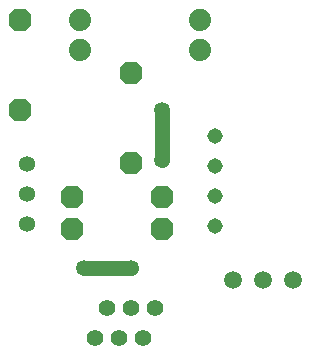
<source format=gbr>
G04 EAGLE Gerber X2 export*
%TF.Part,Single*%
%TF.FileFunction,Copper,L1,Top,Mixed*%
%TF.FilePolarity,Positive*%
%TF.GenerationSoftware,Autodesk,EAGLE,9.0.0*%
%TF.CreationDate,2019-08-27T11:30:24Z*%
G75*
%MOMM*%
%FSLAX34Y34*%
%LPD*%
%AMOC8*
5,1,8,0,0,1.08239X$1,22.5*%
G01*
%ADD10C,1.508000*%
%ADD11P,2.089446X8X202.500000*%
%ADD12P,2.089446X8X22.500000*%
%ADD13C,1.308000*%
%ADD14C,1.358000*%
%ADD15C,1.879600*%
%ADD16P,2.089446X8X112.500000*%
%ADD17P,2.089446X8X292.500000*%
%ADD18C,1.408000*%
%ADD19C,1.350000*%
%ADD20C,1.270000*%


D10*
X396240Y123190D03*
X421640Y123190D03*
X447040Y123190D03*
D11*
X336550Y166370D03*
X260350Y166370D03*
D12*
X260350Y193040D03*
X336550Y193040D03*
D13*
X381000Y245110D03*
X381000Y219710D03*
X381000Y194310D03*
X381000Y168910D03*
D14*
X222250Y170180D03*
X222250Y195580D03*
X222250Y220980D03*
D15*
X266700Y342900D03*
X266700Y317500D03*
X368300Y317500D03*
X368300Y342900D03*
D16*
X309880Y222250D03*
X309880Y298450D03*
D17*
X215900Y342900D03*
X215900Y266700D03*
D18*
X330300Y99200D03*
X309900Y99200D03*
X289500Y99200D03*
X320100Y73800D03*
X299700Y73800D03*
X279300Y73800D03*
D19*
X270510Y133350D03*
X309880Y133350D03*
D20*
X270510Y133350D01*
D19*
X336550Y266700D03*
X336550Y224790D03*
D20*
X336550Y266700D01*
M02*

</source>
